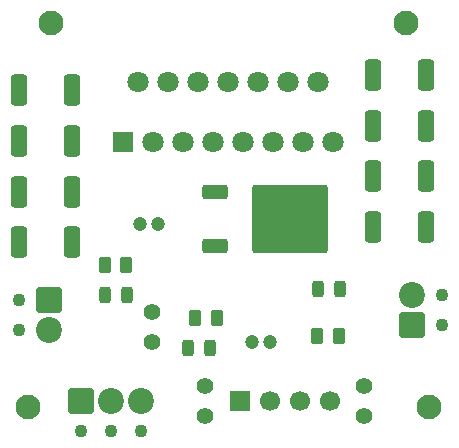
<source format=gbr>
%TF.GenerationSoftware,KiCad,Pcbnew,9.0.4*%
%TF.CreationDate,2025-09-01T01:35:23+05:30*%
%TF.ProjectId,L298,4c323938-2e6b-4696-9361-645f70636258,rev?*%
%TF.SameCoordinates,Original*%
%TF.FileFunction,Soldermask,Top*%
%TF.FilePolarity,Negative*%
%FSLAX46Y46*%
G04 Gerber Fmt 4.6, Leading zero omitted, Abs format (unit mm)*
G04 Created by KiCad (PCBNEW 9.0.4) date 2025-09-01 01:35:23*
%MOMM*%
%LPD*%
G01*
G04 APERTURE LIST*
G04 Aperture macros list*
%AMRoundRect*
0 Rectangle with rounded corners*
0 $1 Rounding radius*
0 $2 $3 $4 $5 $6 $7 $8 $9 X,Y pos of 4 corners*
0 Add a 4 corners polygon primitive as box body*
4,1,4,$2,$3,$4,$5,$6,$7,$8,$9,$2,$3,0*
0 Add four circle primitives for the rounded corners*
1,1,$1+$1,$2,$3*
1,1,$1+$1,$4,$5*
1,1,$1+$1,$6,$7*
1,1,$1+$1,$8,$9*
0 Add four rect primitives between the rounded corners*
20,1,$1+$1,$2,$3,$4,$5,0*
20,1,$1+$1,$4,$5,$6,$7,0*
20,1,$1+$1,$6,$7,$8,$9,0*
20,1,$1+$1,$8,$9,$2,$3,0*%
G04 Aperture macros list end*
%ADD10C,1.800000*%
%ADD11R,1.800000X1.800000*%
%ADD12C,1.400000*%
%ADD13C,2.100000*%
%ADD14RoundRect,0.250000X-0.425000X-1.075000X0.425000X-1.075000X0.425000X1.075000X-0.425000X1.075000X0*%
%ADD15R,1.700000X1.700000*%
%ADD16C,1.700000*%
%ADD17RoundRect,0.250000X-0.262500X-0.450000X0.262500X-0.450000X0.262500X0.450000X-0.262500X0.450000X0*%
%ADD18RoundRect,0.243750X-0.243750X-0.456250X0.243750X-0.456250X0.243750X0.456250X-0.243750X0.456250X0*%
%ADD19C,1.100000*%
%ADD20RoundRect,0.249999X-0.850001X-0.850001X0.850001X-0.850001X0.850001X0.850001X-0.850001X0.850001X0*%
%ADD21C,2.200000*%
%ADD22RoundRect,0.249999X-0.850001X0.850001X-0.850001X-0.850001X0.850001X-0.850001X0.850001X0.850001X0*%
%ADD23RoundRect,0.250000X-0.850000X-0.350000X0.850000X-0.350000X0.850000X0.350000X-0.850000X0.350000X0*%
%ADD24RoundRect,0.249997X-2.950003X-2.650003X2.950003X-2.650003X2.950003X2.650003X-2.950003X2.650003X0*%
%ADD25C,1.200000*%
%ADD26RoundRect,0.249999X0.850001X-0.850001X0.850001X0.850001X-0.850001X0.850001X-0.850001X-0.850001X0*%
G04 APERTURE END LIST*
D10*
%TO.C,U1*%
X178810000Y-63080000D03*
X177540000Y-58000000D03*
X176270000Y-63080000D03*
X175000000Y-58000000D03*
X173730000Y-63080000D03*
X172460000Y-58000000D03*
X171190000Y-63080000D03*
X169920000Y-58000000D03*
X168650000Y-63080000D03*
X167380000Y-58000000D03*
X166110000Y-63080000D03*
X164840000Y-58000000D03*
X163570000Y-63080000D03*
X162300000Y-58000000D03*
D11*
X161030000Y-63080000D03*
%TD*%
D12*
%TO.C,JP3*%
X163500000Y-77500000D03*
X163500000Y-80040000D03*
%TD*%
%TO.C,JP2*%
X181500000Y-83750000D03*
X181500000Y-86290000D03*
%TD*%
%TO.C,JP1*%
X168000000Y-83750000D03*
X168000000Y-86290000D03*
%TD*%
D13*
%TO.C,REF\u002A\u002A*%
X185000000Y-53000000D03*
%TD*%
%TO.C,REF\u002A\u002A*%
X155000000Y-53000000D03*
%TD*%
%TO.C,REF\u002A\u002A*%
X153000000Y-85500000D03*
%TD*%
%TO.C,REF\u002A\u002A*%
X187000000Y-85500000D03*
%TD*%
D14*
%TO.C,D1*%
X152250000Y-58710000D03*
X156750000Y-58710000D03*
%TD*%
%TO.C,D5*%
X186750000Y-57420000D03*
X182250000Y-57420000D03*
%TD*%
%TO.C,D6*%
X186750000Y-61710000D03*
X182250000Y-61710000D03*
%TD*%
%TO.C,D7*%
X186750000Y-66000000D03*
X182250000Y-66000000D03*
%TD*%
%TO.C,D8*%
X186750000Y-70290000D03*
X182250000Y-70290000D03*
%TD*%
%TO.C,D4*%
X156750000Y-71580000D03*
X152250000Y-71580000D03*
%TD*%
%TO.C,D2*%
X156750000Y-63000000D03*
X152250000Y-63000000D03*
%TD*%
%TO.C,D3*%
X156750000Y-67290000D03*
X152250000Y-67290000D03*
%TD*%
D15*
%TO.C,J5*%
X170960000Y-85000000D03*
D16*
X173500000Y-85000000D03*
X176040000Y-85000000D03*
X178580000Y-85000000D03*
%TD*%
D17*
%TO.C,R3*%
X167175000Y-78000000D03*
X169000000Y-78000000D03*
%TD*%
%TO.C,R2*%
X177500000Y-79500000D03*
X179325000Y-79500000D03*
%TD*%
%TO.C,R1*%
X159500000Y-73500000D03*
X161325000Y-73500000D03*
%TD*%
D18*
%TO.C,L3*%
X166562500Y-80500000D03*
X168437500Y-80500000D03*
%TD*%
%TO.C,L2*%
X177562500Y-75500000D03*
X179437500Y-75500000D03*
%TD*%
%TO.C,L1*%
X159562500Y-76000000D03*
X161437500Y-76000000D03*
%TD*%
D19*
%TO.C,J3*%
X157500000Y-87540000D03*
X160040000Y-87540000D03*
X162580000Y-87540000D03*
D20*
X157500000Y-85000000D03*
D21*
X160040000Y-85000000D03*
X162580000Y-85000000D03*
%TD*%
D19*
%TO.C,J1*%
X152267500Y-76460000D03*
X152267500Y-79000000D03*
D22*
X154807500Y-76460000D03*
D21*
X154807500Y-79000000D03*
%TD*%
D23*
%TO.C,U2*%
X168875000Y-67292500D03*
D24*
X175175000Y-69572500D03*
D23*
X168875000Y-71852500D03*
%TD*%
D25*
%TO.C,C2*%
X172000000Y-80000000D03*
X173500000Y-80000000D03*
%TD*%
%TO.C,C1*%
X162500000Y-70000000D03*
X164000000Y-70000000D03*
%TD*%
D19*
%TO.C,J2*%
X188040000Y-78540000D03*
X188040000Y-76000000D03*
D26*
X185500000Y-78540000D03*
D21*
X185500000Y-76000000D03*
%TD*%
M02*

</source>
